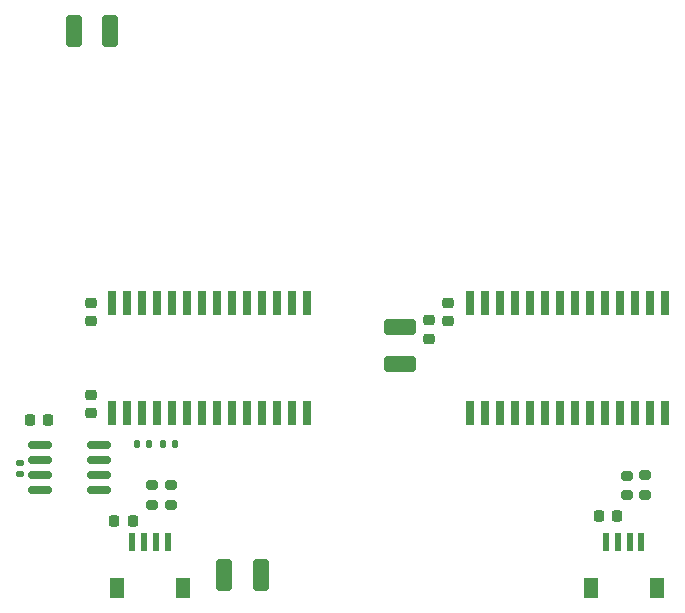
<source format=gtp>
%TF.GenerationSoftware,KiCad,Pcbnew,7.0.8*%
%TF.CreationDate,2023-10-10T13:20:09+03:00*%
%TF.ProjectId,ltp_kikad,6c74705f-6b69-46b6-9164-2e6b69636164,rev?*%
%TF.SameCoordinates,Original*%
%TF.FileFunction,Paste,Top*%
%TF.FilePolarity,Positive*%
%FSLAX46Y46*%
G04 Gerber Fmt 4.6, Leading zero omitted, Abs format (unit mm)*
G04 Created by KiCad (PCBNEW 7.0.8) date 2023-10-10 13:20:09*
%MOMM*%
%LPD*%
G01*
G04 APERTURE LIST*
G04 Aperture macros list*
%AMRoundRect*
0 Rectangle with rounded corners*
0 $1 Rounding radius*
0 $2 $3 $4 $5 $6 $7 $8 $9 X,Y pos of 4 corners*
0 Add a 4 corners polygon primitive as box body*
4,1,4,$2,$3,$4,$5,$6,$7,$8,$9,$2,$3,0*
0 Add four circle primitives for the rounded corners*
1,1,$1+$1,$2,$3*
1,1,$1+$1,$4,$5*
1,1,$1+$1,$6,$7*
1,1,$1+$1,$8,$9*
0 Add four rect primitives between the rounded corners*
20,1,$1+$1,$2,$3,$4,$5,0*
20,1,$1+$1,$4,$5,$6,$7,0*
20,1,$1+$1,$6,$7,$8,$9,0*
20,1,$1+$1,$8,$9,$2,$3,0*%
G04 Aperture macros list end*
%ADD10RoundRect,0.225000X0.225000X0.250000X-0.225000X0.250000X-0.225000X-0.250000X0.225000X-0.250000X0*%
%ADD11R,0.600000X1.550000*%
%ADD12R,1.200000X1.800000*%
%ADD13RoundRect,0.200000X0.275000X-0.200000X0.275000X0.200000X-0.275000X0.200000X-0.275000X-0.200000X0*%
%ADD14RoundRect,0.225000X0.250000X-0.225000X0.250000X0.225000X-0.250000X0.225000X-0.250000X-0.225000X0*%
%ADD15RoundRect,0.135000X-0.135000X-0.185000X0.135000X-0.185000X0.135000X0.185000X-0.135000X0.185000X0*%
%ADD16R,0.650000X2.100000*%
%ADD17RoundRect,0.225000X-0.250000X0.225000X-0.250000X-0.225000X0.250000X-0.225000X0.250000X0.225000X0*%
%ADD18RoundRect,0.150000X-0.825000X-0.150000X0.825000X-0.150000X0.825000X0.150000X-0.825000X0.150000X0*%
%ADD19RoundRect,0.140000X-0.170000X0.140000X-0.170000X-0.140000X0.170000X-0.140000X0.170000X0.140000X0*%
%ADD20RoundRect,0.147500X0.147500X0.172500X-0.147500X0.172500X-0.147500X-0.172500X0.147500X-0.172500X0*%
%ADD21RoundRect,0.250000X1.100000X-0.412500X1.100000X0.412500X-1.100000X0.412500X-1.100000X-0.412500X0*%
%ADD22RoundRect,0.250000X0.412500X1.100000X-0.412500X1.100000X-0.412500X-1.100000X0.412500X-1.100000X0*%
%ADD23RoundRect,0.250000X-0.412500X-1.100000X0.412500X-1.100000X0.412500X1.100000X-0.412500X1.100000X0*%
%ADD24RoundRect,0.225000X-0.225000X-0.250000X0.225000X-0.250000X0.225000X0.250000X-0.225000X0.250000X0*%
G04 APERTURE END LIST*
D10*
%TO.C,C3*%
X170762000Y-102400000D03*
X169212000Y-102400000D03*
%TD*%
D11*
%TO.C,J1*%
X129687000Y-104600000D03*
X130687000Y-104600000D03*
X131687000Y-104600000D03*
X132687000Y-104600000D03*
D12*
X128387000Y-108475000D03*
X133987000Y-108475000D03*
%TD*%
D13*
%TO.C,R1*%
X131387000Y-101425000D03*
X131387000Y-99775000D03*
%TD*%
%TO.C,R4*%
X171587000Y-100625000D03*
X171587000Y-98975000D03*
%TD*%
D14*
%TO.C,C5*%
X126187000Y-93675000D03*
X126187000Y-92125000D03*
%TD*%
D15*
%TO.C,R10*%
X130067000Y-96300000D03*
X131087000Y-96300000D03*
%TD*%
D16*
%TO.C,IC1*%
X127988900Y-93661600D03*
X129258900Y-93661600D03*
X130528900Y-93661600D03*
X131798900Y-93661600D03*
X133068900Y-93661600D03*
X134338900Y-93661600D03*
X135608900Y-93661600D03*
X136878900Y-93661600D03*
X138148900Y-93661600D03*
X139418900Y-93661600D03*
X140688900Y-93661600D03*
X141958900Y-93661600D03*
X143228900Y-93661600D03*
X144498900Y-93661600D03*
X144498900Y-84361600D03*
X143228900Y-84361600D03*
X141958900Y-84361600D03*
X140688900Y-84361600D03*
X139418900Y-84361600D03*
X138148900Y-84361600D03*
X136878900Y-84361600D03*
X135608900Y-84361600D03*
X134338900Y-84361600D03*
X133068900Y-84361600D03*
X131798900Y-84361600D03*
X130528900Y-84361600D03*
X129258900Y-84361600D03*
X127988900Y-84361600D03*
%TD*%
D17*
%TO.C,C2*%
X156437000Y-84325000D03*
X156437000Y-85875000D03*
%TD*%
D13*
%TO.C,R3*%
X132987000Y-101425000D03*
X132987000Y-99775000D03*
%TD*%
D18*
%TO.C,U1*%
X121912000Y-96395000D03*
X121912000Y-97665000D03*
X121912000Y-98935000D03*
X121912000Y-100205000D03*
X126862000Y-100205000D03*
X126862000Y-98935000D03*
X126862000Y-97665000D03*
X126862000Y-96395000D03*
%TD*%
D19*
%TO.C,C7*%
X120187000Y-97920000D03*
X120187000Y-98880000D03*
%TD*%
D20*
%TO.C,D3*%
X133272000Y-96300000D03*
X132302000Y-96300000D03*
%TD*%
D21*
%TO.C,C10*%
X152387000Y-89525000D03*
X152387000Y-86400000D03*
%TD*%
D22*
%TO.C,C11*%
X140587000Y-107400000D03*
X137462000Y-107400000D03*
%TD*%
D13*
%TO.C,R5*%
X173097000Y-100600000D03*
X173097000Y-98950000D03*
%TD*%
D17*
%TO.C,C1*%
X126187000Y-84325000D03*
X126187000Y-85875000D03*
%TD*%
%TO.C,C4*%
X154787000Y-85825000D03*
X154787000Y-87375000D03*
%TD*%
D23*
%TO.C,C6*%
X124724500Y-61300000D03*
X127849500Y-61300000D03*
%TD*%
D10*
%TO.C,C8*%
X129737000Y-102800000D03*
X128187000Y-102800000D03*
%TD*%
D11*
%TO.C,J3*%
X169800000Y-104600000D03*
X170800000Y-104600000D03*
X171800000Y-104600000D03*
X172800000Y-104600000D03*
D12*
X168500000Y-108475000D03*
X174100000Y-108475000D03*
%TD*%
D16*
%TO.C,IC2*%
X158258900Y-93661600D03*
X159528900Y-93661600D03*
X160798900Y-93661600D03*
X162068900Y-93661600D03*
X163338900Y-93661600D03*
X164608900Y-93661600D03*
X165878900Y-93661600D03*
X167148900Y-93661600D03*
X168418900Y-93661600D03*
X169688900Y-93661600D03*
X170958900Y-93661600D03*
X172228900Y-93661600D03*
X173498900Y-93661600D03*
X174768900Y-93661600D03*
X174768900Y-84361600D03*
X173498900Y-84361600D03*
X172228900Y-84361600D03*
X170958900Y-84361600D03*
X169688900Y-84361600D03*
X168418900Y-84361600D03*
X167148900Y-84361600D03*
X165878900Y-84361600D03*
X164608900Y-84361600D03*
X163338900Y-84361600D03*
X162068900Y-84361600D03*
X160798900Y-84361600D03*
X159528900Y-84361600D03*
X158258900Y-84361600D03*
%TD*%
D24*
%TO.C,C9*%
X121012000Y-94300000D03*
X122562000Y-94300000D03*
%TD*%
M02*

</source>
